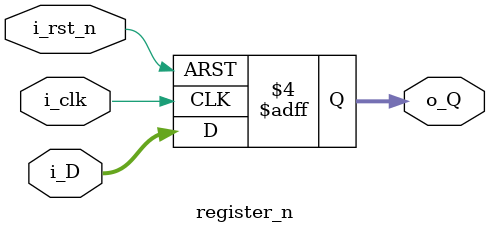
<source format=v>
module register_n #(parameter WIDTH=8)(input i_clk, i_rst_n, //i_en
		input [WIDTH-1:0] i_D,
		output reg [WIDTH-1:0] o_Q);


always @(negedge i_clk, negedge i_rst_n)
begin
	if (!i_rst_n)
		o_Q <= 0;
	else begin
		if (!i_clk)
			o_Q <= i_D;
	end

end

endmodule

</source>
